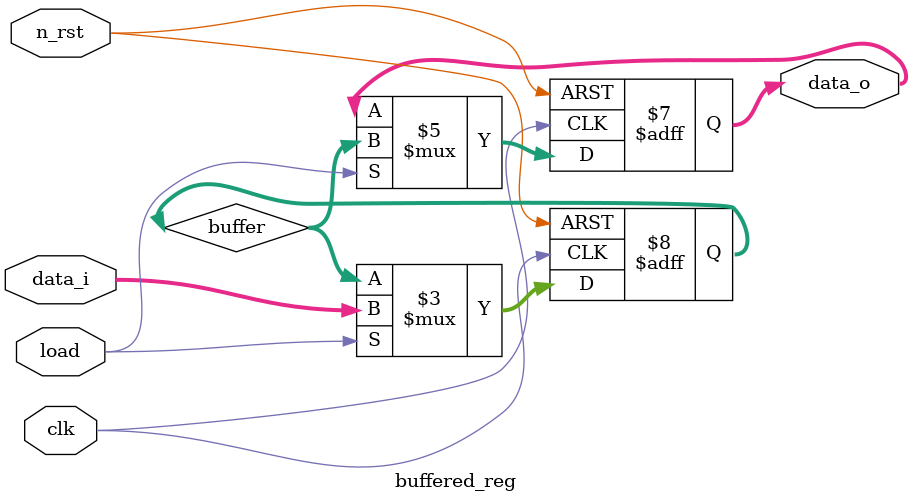
<source format=sv>
module buffered_reg(
    input clk, n_rst,
    input [15:0] data_i,
    input load,
    output reg [15:0] data_o
);
    reg [15:0] buffer;
    
    always @(posedge clk or negedge n_rst) begin
        if (!n_rst) begin
            buffer <= 16'h0;
            data_o <= 16'h0;
        end else if (load) begin
            buffer <= data_i;
            data_o <= buffer;
        end
    end
endmodule
</source>
